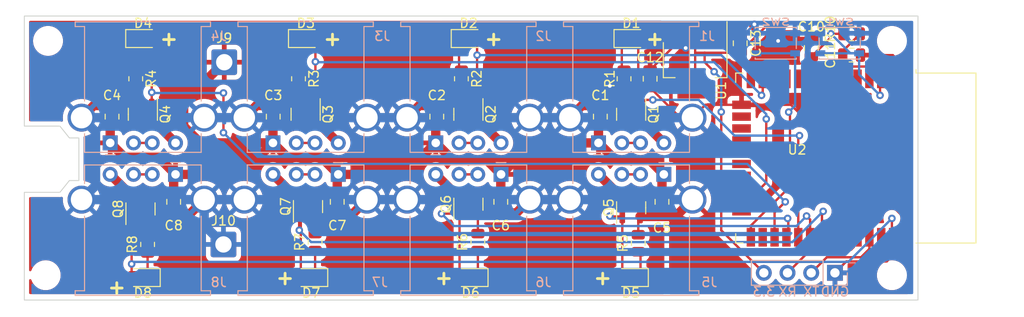
<source format=kicad_pcb>
(kicad_pcb (version 20211014) (generator pcbnew)
  (layers (0 "F.Cu" signal) (31 "B.Cu" signal) (34 "B.Paste" user) (35 "F.Paste" user) (36 "B.SilkS" user "B.Silkscreen") (37 "F.SilkS" user "F.Silkscreen") (38 "B.Mask" user) (39 "F.Mask" user) (44 "Edge.Cuts" user))
  (net 0 "")
  (net 1 "GND")
  (net 2 "+5V")
  (net 3 "RESET")
  (net 4 "+3V3")
  (net 5 "Net-(J1-Pad4)")
  (net 6 "TX")
  (net 7 "RX")
  (net 8 "P1")
  (net 9 "Net-(SW2-Pad1)")
  (net 24 "SCL")
  (net 25 "SDA")
  (net 26 "Net-(J2-Pad4)")
  (net 27 "Net-(J3-Pad4)")
  (net 28 "Net-(J4-Pad4)")
  (net 29 "Net-(J5-Pad4)")
  (net 30 "Net-(J6-Pad4)")
  (net 31 "Net-(J7-Pad4)")
  (net 32 "Net-(J8-Pad4)")
  (net 33 "P5")
  (net 34 "P2")
  (net 35 "P6")
  (net 36 "P3")
  (net 37 "P7")
  (net 38 "P4")
  (net 39 "P8")
  (net 40 "Net-(J1-Pad2)")
  (net 41 "Net-(J2-Pad2)")
  (net 42 "Net-(J3-Pad2)")
  (net 43 "Net-(J4-Pad2)")
  (net 44 "Net-(J5-Pad2)")
  (net 45 "Net-(J6-Pad2)")
  (net 46 "Net-(J7-Pad2)")
  (net 47 "Net-(J8-Pad2)")
  (net 54 "Net-(D1-Pad1)")
  (net 55 "Net-(D2-Pad1)")
  (net 56 "Net-(D3-Pad1)")
  (net 57 "Net-(D4-Pad1)")
  (net 58 "Net-(D5-Pad1)")
  (net 59 "Net-(D6-Pad1)")
  (net 60 "Net-(D7-Pad1)")
  (net 61 "Net-(D8-Pad1)")
  (footprint "Package_TO_SOT_SMD:SOT-23" (layer "F.Cu") (at 135.381999 92.075 90)
    (fp_text reference "Q5")
    (fp_text value "IRLML0030" hide)
  )
  (footprint "Capacitor_SMD:C_0805_2012Metric" (layer "F.Cu") (at 138.684 91.44 90)
    (fp_text reference "C5")
    (fp_text value "10uF")
  )
  (footprint "LED_SMD:LED_0805_2012Metric_Pad1.15x1.40mm_HandSolder" (layer "F.Cu") (at 117.963166 73.914)
    (fp_text reference "D2")
    (fp_text value "LED")
  )
  (footprint "Resistor_SMD:R_0805_2012Metric" (layer "F.Cu") (at 134.619999 78.232 -90)
    (fp_text reference "R1")
    (fp_text value "R" hide)
  )
  (footprint "LED_SMD:LED_0805_2012Metric_Pad1.15x1.40mm_HandSolder" (layer "F.Cu") (at 83.0805 73.914)
    (fp_text reference "D4")
    (fp_text value "LED" hide)
  )
  (footprint "Package_TO_SOT_SMD:SOT-23" (layer "F.Cu") (at 100.499333 82.042 -90)
    (fp_text reference "Q3")
    (fp_text value "IRLML0030" hide)
  )
  (footprint "Package_TO_SOT_SMD:SOT-223-3_TabPin2" (layer "F.Cu") (at 142.24 76.2 -90)
    (fp_text reference "U1")
    (fp_text value "AMS1117-3.3" hide)
  )
  (footprint "Package_TO_SOT_SMD:SOT-23" (layer "F.Cu") (at 117.940666 91.694 90)
    (fp_text reference "Q6")
    (fp_text value "IRLML0030" hide)
  )
  (footprint "Resistor_SMD:R_0805_2012Metric" (layer "F.Cu") (at 82.296 78.232 -90)
    (fp_text reference "R4")
    (fp_text value "R" hide)
  )
  (footprint "MountingHole:MountingHole_2.2mm_M2" (layer "F.Cu") (at 163.322 99.314)
    (fp_text reference "H1" hide)
    (fp_text value "MountingHole" hide)
  )
  (footprint "LED_SMD:LED_0805_2012Metric_Pad1.15x1.40mm_HandSolder" (layer "F.Cu") (at 118.185666 99.568 180)
    (fp_text reference "D6")
    (fp_text value "LED" hide)
  )
  (footprint "Package_TO_SOT_SMD:SOT-23" (layer "F.Cu") (at 117.940666 82.042 -90)
    (fp_text reference "Q2")
    (fp_text value "IRLML0030" hide)
  )
  (footprint "Capacitor_SMD:C_0805_2012Metric" (layer "F.Cu") (at 154.686 74.93 -90)
    (fp_text reference "C10")
    (fp_text value "10uF")
  )
  (footprint "Capacitor_SMD:C_0805_2012Metric" (layer "F.Cu") (at 121.412 91.44 90)
    (fp_text reference "C6")
    (fp_text value "10uF")
  )
  (footprint "LED_SMD:LED_0805_2012Metric_Pad1.15x1.40mm_HandSolder" (layer "F.Cu") (at 135.404499 73.914)
    (fp_text reference "D1")
    (fp_text value "LED" hide)
  )
  (footprint "Capacitor_SMD:C_0805_2012Metric" (layer "F.Cu") (at 86.36 91.44 90)
    (fp_text reference "C8")
    (fp_text value "10uF")
  )
  (footprint "Connector_Wire:SolderWire-1sqmm_1x01_D1.4mm_OD2.7mm" (layer "F.Cu") (at 91.694 96.012)
    (fp_text reference "J10")
    (fp_text value "Conn_01x01")
  )
  (footprint "Resistor_SMD:R_0805_2012Metric" (layer "F.Cu") (at 117.190666 78.232 -90)
    (fp_text reference "R2")
    (fp_text value "R" hide)
  )
  (footprint "LED_SMD:LED_0805_2012Metric_Pad1.15x1.40mm_HandSolder" (layer "F.Cu") (at 100.521833 73.914)
    (fp_text reference "D3")
    (fp_text value "LED")
  )
  (footprint "LED_SMD:LED_0805_2012Metric_Pad1.15x1.40mm_HandSolder" (layer "F.Cu") (at 101.007333 99.568 180)
    (fp_text reference "D7")
    (fp_text value "LED" hide)
  )
  (footprint "RF_Module:ESP32-WROOM-32" (layer "F.Cu") (at 156.464 86.741 -90)
    (fp_text reference "U2")
    (fp_text value "ESP32-WROOM-32" hide)
  )
  (footprint "Connector_Wire:SolderWire-1sqmm_1x01_D1.4mm_OD2.7mm" (layer "F.Cu") (at 91.778666 76.454)
    (fp_text reference "J9")
    (fp_text value "Conn_01x01" hide)
  )
  (footprint "Capacitor_SMD:C_0805_2012Metric" (layer "F.Cu") (at 114.554 82.296 -90)
    (fp_text reference "C2")
    (fp_text value "10uF")
  )
  (footprint "Resistor_SMD:R_0805_2012Metric" (layer "F.Cu") (at 159.004 73.406 180)
    (fp_text reference "R10")
    (fp_text value "12K")
  )
  (footprint "Capacitor_SMD:C_0805_2012Metric" (layer "F.Cu") (at 79.756 82.296 -90)
    (fp_text reference "C4")
    (fp_text value "10uF")
  )
  (footprint "Resistor_SMD:R_0805_2012Metric" (layer "F.Cu") (at 118.956666 95.758 90)
    (fp_text reference "R6")
    (fp_text value "R" hide)
  )
  (footprint "Capacitor_SMD:C_0805_2012Metric" (layer "F.Cu") (at 159.004 75.692 180)
    (fp_text reference "C11")
    (fp_text value "100nF" hide)
  )
  (footprint "Capacitor_SMD:C_0805_2012Metric" (layer "F.Cu") (at 137.414 78.232 90)
    (fp_text reference "C12")
    (fp_text value "10uF")
  )
  (footprint "Package_TO_SOT_SMD:SOT-23" (layer "F.Cu") (at 135.381999 82.042 -90)
    (fp_text reference "Q1")
    (fp_text value "IRLML0030" hide)
  )
  (footprint "MountingHole:MountingHole_2.2mm_M2" (layer "F.Cu") (at 72.644 99.314)
    (fp_text reference "H3" hide)
    (fp_text value "MountingHole" hide)
  )
  (footprint "Package_TO_SOT_SMD:SOT-23" (layer "F.Cu") (at 83.058 82.042 -90)
    (fp_text reference "Q4")
    (fp_text value "IRLML0030" hide)
  )
  (footprint "MountingHole:MountingHole_2.2mm_M2" (layer "F.Cu") (at 163.322 74.168)
    (fp_text reference "H2" hide)
    (fp_text value "MountingHole" hide)
  )
  (footprint "Package_TO_SOT_SMD:SOT-23" (layer "F.Cu") (at 82.804 92.202 90)
    (fp_text reference "Q8")
    (fp_text value "IRLML0030" hide)
  )
  (footprint "Capacitor_SMD:C_0805_2012Metric" (layer "F.Cu") (at 132.08 82.296 -90)
    (fp_text reference "C1")
    (fp_text value "10uF")
  )
  (footprint "Capacitor_SMD:C_0805_2012Metric" (layer "F.Cu") (at 103.886 91.44 90)
    (fp_text reference "C7")
    (fp_text value "10uF")
  )
  (footprint "LED_SMD:LED_0805_2012Metric_Pad1.15x1.40mm_HandSolder" (layer "F.Cu") (at 135.359499 99.568 180)
    (fp_text reference "D5")
    (fp_text value "LED" hide)
  )
  (footprint "Resistor_SMD:R_0805_2012Metric" (layer "F.Cu") (at 99.737333 78.232 -90)
    (fp_text reference "R3")
    (fp_text value "R" hide)
  )
  (footprint "LED_SMD:LED_0805_2012Metric_Pad1.15x1.40mm_HandSolder" (layer "F.Cu") (at 83.058 99.568 180)
    (fp_text reference "D8")
    (fp_text value "LED" hide)
  )
  (footprint "Package_TO_SOT_SMD:SOT-23" (layer "F.Cu") (at 100.753333 91.948 90)
    (fp_text reference "Q7")
    (fp_text value "IRLML0030" hide)
  )
  (footprint "Resistor_SMD:R_0805_2012Metric" (layer "F.Cu") (at 101.515333 95.758 90)
    (fp_text reference "R7")
    (fp_text value "R" hide)
  )
  (footprint "Capacitor_SMD:C_0805_2012Metric" (layer "F.Cu") (at 97.028 82.296 -90)
    (fp_text reference "C3")
    (fp_text value "10uF")
  )
  (footprint "MountingHole:MountingHole_2.2mm_M2" (layer "F.Cu") (at 72.898 74.168)
    (fp_text reference "H4" hide)
    (fp_text value "MountingHole")
  )
  (footprint "Capacitor_SMD:C_0805_2012Metric" (layer "F.Cu") (at 147.066 74.422 -90)
    (fp_text reference "C13")
    (fp_text value "10uF")
  )
  (footprint "Resistor_SMD:R_0805_2012Metric" (layer "F.Cu") (at 136.143999 95.885 90)
    (fp_text reference "R5")
    (fp_text value "R" hide)
  )
  (footprint "Resistor_SMD:R_0805_2012Metric" (layer "F.Cu") (at 83.566 96.012 90)
    (fp_text reference "R8")
    (fp_text value "R" hide)
  )
  (footprint "Connector_USB:USB_A_Stewart_SS-52100-001_Horizontal" (layer "B.Cu") (at 96.999332 85.116)
    (fp_text reference "J3")
    (fp_text value "USB_A")
  )
  (footprint "Button_Switch_SMD:SW_SPST_PTS810" (layer "B.Cu") (at 150.876 74.422)
    (fp_text reference "SW2")
    (fp_text value "SW_Push")
  )
  (footprint "Button_Switch_SMD:SW_SPST_PTS810" (layer "B.Cu") (at 157.734 74.422 180)
    (fp_text reference "SW1")
    (fp_text value "SW_Push")
  )
  (footprint "Connector_USB:USB_A_Stewart_SS-52100-001_Horizontal" (layer "B.Cu") (at 138.881999 88.493 180)
    (fp_text reference "J5")
    (fp_text value "USB_A")
  )
  (footprint "Connector_USB:USB_A_Stewart_SS-52100-001_Horizontal" (layer "B.Cu") (at 79.558 85.116)
    (fp_text reference "J4")
    (fp_text value "USB_A")
  )
  (footprint "Connector_USB:USB_A_Stewart_SS-52100-001_Horizontal" (layer "B.Cu") (at 131.881999 85.116)
    (fp_text reference "J1")
    (fp_text value "USB_A")
  )
  (footprint "Connector_PinHeader_2.54mm:PinHeader_1x04_P2.54mm_Vertical" (layer "B.Cu") (at 157.216 99.06 90)
    (fp_text reference "program_port1" hide)
    (fp_text value "Conn_01x04_Male" hide)
  )
  (footprint "Connector_USB:USB_A_Stewart_SS-52100-001_Horizontal" (layer "B.Cu") (at 121.440666 88.493 180)
    (fp_text reference "J6")
    (fp_text value "USB_A")
  )
  (footprint "Connector_USB:USB_A_Stewart_SS-52100-001_Horizontal" (layer "B.Cu") (at 114.440666 85.116)
    (fp_text reference "J2")
    (fp_text value "USB_A")
  )
  (footprint "Connector_USB:USB_A_Stewart_SS-52100-001_Horizontal" (layer "B.Cu") (at 103.999333 88.493 180)
    (fp_text reference "J7")
    (fp_text value "USB_A" hide)
  )
  (footprint "Connector_USB:USB_A_Stewart_SS-52100-001_Horizontal" (layer "B.Cu") (at 86.558 88.493 180)
    (fp_text reference "J8")
    (fp_text value "USB_A" hide)
  )
  (gr_poly (pts (xy 166.116 101.981) (xy 70.358 101.981) (xy 70.358 90.424) (xy 74.168 90.424) (xy 75.184 89.154) (xy 76.2 89.154) (xy 76.2 84.582) (xy 75.184 84.582) (xy 74.168 83.312) (xy 70.358 83.312) (xy 70.358 71.501) (xy 166.116 71.501)) (layer "Edge.Cuts") (width 0.1) (fill none))
  (gr_text "GND" (at 157.226 101.092) (layer "B.SilkS") (effects (font (size 1 1)) (justify mirror)))
  (gr_text "RX" (at 152.146 101.092) (layer "B.SilkS") (effects (font (size 1 1)) (justify mirror)))
  (gr_text "TX" (at 154.686 101.092) (layer "B.SilkS") (effects (font (size 1 1)) (justify mirror)))
  (gr_text "3.3" (at 149.606 101.092) (layer "B.SilkS") (effects (font (size 1 1)) (justify mirror)))
  (gr_text "+" (at 132.334 99.568) (layer "F.SilkS") (effects (font (size 1.5 1.5) (thickness 0.3))))
  (gr_text "+" (at 80.264 100.584) (layer "F.SilkS") (effects (font (size 1.5 1.5) (thickness 0.3))))
  (gr_text "+" (at 120.65 73.914) (layer "F.SilkS") (effects (font (size 1.5 1.5) (thickness 0.3))))
  (gr_text "+" (at 103.378 73.914) (layer "F.SilkS") (effects (font (size 1.5 1.5) (thickness 0.3))))
  (gr_text "+" (at 85.852 73.914) (layer "F.SilkS") (effects (font (size 1.5 1.5) (thickness 0.3))))
  (gr_text "+" (at 98.298 99.568) (layer "F.SilkS") (effects (font (size 1.5 1.5) (thickness 0.3))))
  (gr_text "+" (at 137.922 73.914) (layer "F.SilkS") (effects (font (size 1.5 1.5) (thickness 0.3))))
  (gr_text "+" (at 115.316 99.568) (layer "F.SilkS") (effects (font (size 1.5 1.5) (thickness 0.3))))
  (segment (start 147.066 73.472) (end 147.508 73.472) (width 0.25) (layer "F.Cu") (net 1))
  (segment (start 82.296 80.9165) (end 82.108 81.1045) (width 0.25) (layer "F.Cu") (net 1))
  (segment (start 157.219 85.741) (end 164.719 93.241) (width 0.25) (layer "F.Cu") (net 1))
  (segment (start 101.515333 93.0735) (end 101.703333 92.8855) (width 0.25) (layer "F.Cu") (net 1))
  (segment (start 152.504 81.026) (end 157.219 85.741) (width 0.25) (layer "F.Cu") (net 1))
  (segment (start 146.644 73.05) (end 147.066 73.472) (width 0.25) (layer "F.Cu") (net 1))
  (segment (start 77.7895 81.1045) (end 76.488 82.406) (width 1) (layer "F.Cu") (net 1))
  (segment (start 163.42 75.692) (end 164.719 76.991) (width 0.25) (layer "F.Cu") (net 1))
  (segment (start 164.719 76.991) (end 164.719 78.241) (width 0.25) (layer "F.Cu") (net 1))
  (segment (start 138.684 92.71) (end 138.9865 93.0125) (width 1) (layer "F.Cu") (net 1))
  (segment (start 103.886 92.39) (end 103.886 92.456) (width 1) (layer "F.Cu") (net 1))
  (segment (start 117.190666 80.9045) (end 116.990666 81.1045) (width 0.25) (layer "F.Cu") (net 1))
  (segment (start 133.2465 79.1445) (end 133.096 78.994) (width 0.25) (layer "F.Cu") (net 1))
  (segment (start 134.619999 79.1445) (end 133.2465 79.1445) (width 0.25) (layer "F.Cu") (net 1))
  (segment (start 134.431999 81.1045) (end 132.2555 81.1045) (width 1) (layer "F.Cu") (net 1))
  (segment (start 137.414 79.182) (end 141.224 75.372) (width 0.25) (layer "F.Cu") (net 1))
  (segment (start 79.3265 81.1045) (end 77.7895 81.1045) (width 1) (layer "F.Cu") (net 1))
  (segment (start 97.2035 81.1045) (end 95.230832 81.1045) (width 1) (layer "F.Cu") (net 1))
  (segment (start 130.113499 81.1045) (end 128.811999 82.406) (width 1) (layer "F.Cu") (net 1))
  (segment (start 132.08 81.346) (end 132.08 81.28) (width 1) (layer "F.Cu") (net 1))
  (segment (start 141.224 75.372) (end 141.224 74.93) (width 0.25) (layer "F.Cu") (net 1))
  (segment (start 164.719 95.885) (end 164.719 95.241) (width 0.25) (layer "F.Cu") (net 1))
  (segment (start 158.436521 97.839479) (end 162.764521 97.839479) (width 0.25) (layer "F.Cu") (net 1))
  (segment (start 118.956666 94.8455) (end 118.956666 92.6975) (width 0.25) (layer "F.Cu") (net 1))
  (segment (start 87.6915 93.1395) (end 89.628 91.203) (width 1) (layer "F.Cu") (net 1))
  (segment (start 151.13 74.168) (end 154.498 74.168) (width 0.25) (layer "F.Cu") (net 1))
  (segment (start 121.6 92.39) (end 121.8415 92.6315) (width 1) (layer "F.Cu") (net 1))
  (segment (start 137.414 79.182) (end 140.638 82.406) (width 0.25) (layer "F.Cu") (net 1))
  (segment (start 97.028 81.346) (end 97.028 81.28) (width 1) (layer "F.Cu") (net 1))
  (segment (start 118.956666 92.6975) (end 118.890666 92.6315) (width 0.25) (layer "F.Cu") (net 1))
  (segment (start 164.719 78.241) (end 164.719 79.491) (width 0.25) (layer "F.Cu") (net 1))
  (segment (start 79.568 81.346) (end 79.3265 81.1045) (width 1) (layer "F.Cu") (net 1))
  (segment (start 157.216 99.06) (end 158.436521 97.839479) (width 0.25) (layer "F.Cu") (net 1))
  (segment (start 83.754 93.1395) (end 86.7895 93.1395) (width 1) (layer "F.Cu") (net 1))
  (segment (start 147.209 81.026) (end 152.504 81.026) (width 0.25) (layer "F.Cu") (net 1))
  (segment (start 132.08 81.28) (end 132.2555 81.1045) (width 1) (layer "F.Cu") (net 1))
  (segment (start 86.7895 93.1395) (end 87.6915 93.1395) (width 1) (layer "F.Cu") (net 1))
  (segment (start 162.764521 97.839479) (end 164.719 95.885) (width 0.25) (layer "F.Cu") (net 1))
  (segment (start 141.951999 82.406) (end 143.331999 81.026) (width 0.25) (layer "F.Cu") (net 1))
  (segment (start 164.719 93.241) (end 164.719 95.241) (width 0.25) (layer "F.Cu") (net 1))
  (segment (start 123.082166 92.6315) (end 124.510666 91.203) (width 1) (layer "F.Cu") (net 1))
  (segment (start 154.498 74.168) (end 154.686 73.98) (width 0.25) (layer "F.Cu") (net 1))
  (segment (start 99.737333 80.9165) (end 99.549333 81.1045) (width 0.25) (layer "F.Cu") (net 1))
  (segment (start 99.549333 81.1045) (end 97.2035 81.1045) (width 1) (layer "F.Cu") (net 1))
  (segment (start 103.4565 92.8855) (end 105.386833 92.8855) (width 1) (layer "F.Cu") (net 1))
  (segment (start 138.684 92.39) (end 138.684 92.71) (width 1) (layer "F.Cu") (net 1))
  (segment (start 114.6325 81.1045) (end 112.672166 81.1045) (width 1) (layer "F.Cu") (net 1))
  (segment (start 86.36 92.39) (end 86.36 92.71) (width 1) (layer "F.Cu") (net 1))
  (segment (start 143.331999 81.026) (end 147.209 81.026) (width 0.25) (layer "F.Cu") (net 1))
  (segment (start 140.142499 93.0125) (end 141.951999 91.203) (width 1) (layer "F.Cu") (net 1))
  (segment (start 117.190666 79.1445) (end 117.190666 80.9045) (width 0.25) (layer "F.Cu") (net 1))
  (segment (start 114.554 81.346) (end 114.554 81.183) (width 1) (layer "F.Cu") (net 1))
  (segment (start 95.230832 81.1045) (end 93.929332 82.406) (width 1) (layer "F.Cu") (net 1))
  (segment (start 79.756 81.346) (end 79.568 81.346) (width 1) (layer "F.Cu") (net 1))
  (segment (start 164.719 79.491) (end 158.469 85.741) (width 0.25) (layer "F.Cu") (net 1))
  (segment (start 116.990666 81.1045) (end 114.6325 81.1045) (width 1) (layer "F.Cu") (net 1))
  (segment (start 121.412 92.39) (end 121.6 92.39) (width 1) (layer "F.Cu") (net 1))
  (segment (start 136.143999 93.2005) (end 136.331999 93.0125) (width 0.25) (layer "F.Cu") (net 1))
  (segment (start 99.737333 79.1445) (end 99.737333 80.9165) (width 0.25) (layer "F.Cu") (net 1))
  (segment (start 136.143999 94.9725) (end 136.143999 93.2005) (width 0.25) (layer "F.Cu") (net 1))
  (segment (start 159.954 75.692) (end 163.42 75.692) (width 0.25) (layer "F.Cu") (net 1))
  (segment (start 101.703333 92.8855) (end 103.4565 92.8855) (width 1) (layer "F.Cu") (net 1))
  (segment (start 140.638 82.406) (end 141.951999 82.406) (width 0.25) (layer "F.Cu") (net 1))
  (segment (start 136.331999 93.0125) (end 138.9865 93.0125) (width 1) (layer "F.Cu") (net 1))
  (segment (start 112.672166 81.1045) (end 111.370666 82.406) (width 1) (layer "F.Cu") (net 1))
  (segment (start 97.028 81.28) (end 97.2035 81.1045) (width 1) (layer "F.Cu") (net 1))
  (segment (start 121.8415 92.6315) (end 123.082166 92.6315) (width 1) (layer "F.Cu") (net 1))
  (segment (start 103.886 92.456) (end 103.4565 92.8855) (width 1) (layer "F.Cu") (net 1))
  (segment (start 144.54 73.05) (end 146.644 73.05) (width 0.25) (layer "F.Cu") (net 1))
  (segment (start 118.890666 92.6315) (end 121.8415 92.6315) (width 1) (layer "F.Cu") (net 1))
  (segment (start 147.508 73.472) (end 148.59 72.39) (width 0.25) (layer "F.Cu") (net 1))
  (segment (start 132.2555 81.1045) (end 130.113499 81.1045) (width 1) (layer "F.Cu") (net 1))
  (segment (start 83.566 95.0995) (end 83.566 93.3275) (width 0.25) (layer "F.Cu") (net 1))
  (segment (start 105.386833 92.8855) (end 107.069333 91.203) (width 1) (layer "F.Cu") (net 1))
  (segment (start 82.296 79.1445) (end 82.296 80.9165) (width 0.25) (layer "F.Cu") (net 1))
  (segment (start 114.554 81.183) (end 114.6325 81.1045) (width 1) (layer "F.Cu") (net 1))
  (segment (start 158.469 85.741) (end 157.219 85.741) (width 0.25) (layer "F.Cu") (net 1))
  (segment (start 86.36 92.71) (end 86.7895 93.1395) (width 1) (layer "F.Cu") (net 1))
  (segment (start 138.9865 93.0125) (end 140.142499 93.0125) (width 1) (layer "F.Cu") (net 1))
  (segment (start 101.515333 94.8455) (end 101.515333 93.0735) (width 0.25) (layer "F.Cu") (net 1))
  (segment (start 82.108 81.1045) (end 79.3265 81.1045) (width 1) (layer "F.Cu") (net 1))
  (segment (start 83.566 93.3275) (end 83.754 93.1395) (width 0.25) (layer "F.Cu") (net 1))
  (via (at 148.59 72.39) (size 0.8) (drill 0.4) (layers "F.Cu" "B.Cu") (net 1))
  (via (at 133.096 78.994) (size 0.8) (drill 0.4) (layers "F.Cu" "B.Cu") (net 1))
  (via (at 151.13 74.168) (size 0.8) (drill 0.4) (layers "F.Cu" "B.Cu") (net 1))
  (via (at 141.224 74.93) (size 0.8) (drill 0.4) (layers "F.Cu" "B.Cu") (net 1))
  (segment (start 148.59 73.136) (end 148.801 73.347) (width 0.25) (layer "B.Cu") (net 1))
  (segment (start 148.801 73.347) (end 152.951 73.347) (width 0.25) (layer "B.Cu") (net 1))
  (segment (start 151.951 73.347) (end 151.13 74.168) (width 0.25) (layer "B.Cu") (net 1))
  (segment (start 128.811999 91.203) (end 124.510666 91.203) (width 1) (layer "B.Cu") (net 1))
  (segment (start 148.59 72.39) (end 148.59 73.136) (width 0.25) (layer "B.Cu") (net 1))
  (segment (start 77.988 89.703) (end 76.488 91.203) (width 1) (layer "B.Cu") (net 1))
  (segment (start 124.510666 91.203) (end 111.370666 91.203) (width 1) (layer "B.Cu") (net 1))
  (segment (start 133.096 78.994) (end 132.223999 78.994) (width 0.25) (layer "B.Cu") (net 1))
  (segment (start 89.628 93.946) (end 91.694 96.012) (width 1) (layer "B.Cu") (net 1))
  (segment (start 128.811999 91.203) (end 141.951999 91.203) (width 1) (layer "B.Cu") (net 1))
  (segment (start 155.659 73.347) (end 156.324511 72.681489) (width 0.25) (layer "B.Cu") (net 1))
  (segment (start 159.143489 72.681489) (end 159.809 73.347) (width 0.25) (layer "B.Cu") (net 1))
  (segment (start 89.628 91.203) (end 76.488 91.203) (width 1) (layer "B.Cu") (net 1))
  (segment (start 146.05 74.93) (end 148.59 72.39) (width 0.25) (layer "B.Cu") (net 1))
  (segment (start 111.370666 82.406) (end 107.069332 82.406) (width 1) (layer "B.Cu") (net 1))
  (segment (start 141.951999 82.406) (end 128.811999 82.406) (width 1) (layer "B.Cu") (net 1))
  (segment (start 76.488 82.406) (end 77.988 83.906) (width 1) (layer "B.Cu") (net 1))
  (segment (start 111.370666 91.203) (end 107.069333 91.203) (width 1) (layer "B.Cu") (net 1))
  (segment (start 152.951 73.347) (end 155.659 73.347) (width 0.25) (layer "B.Cu") (net 1))
  (segment (start 132.223999 78.994) (end 128.811999 82.406) (width 0.25) (layer "B.Cu") (net 1))
  (segment (start 124.510666 82.406) (end 111.370666 82.406) (width 1) (layer "B.Cu") (net 1))
  (segment (start 107.069332 82.406) (end 93.929332 82.406) (width 1) (layer "B.Cu") (net 1))
  (segment (start 152.951 73.347) (end 151.951 73.347) (width 0.25) (layer "B.Cu") (net 1))
  (segment (start 93.929333 91.203) (end 89.628 91.203) (width 1) (layer "B.Cu") (net 1))
  (segment (start 76.488 82.406) (end 89.628 82.406) (width 1) (layer "B.Cu") (net 1))
  (segment (start 156.324511 72.681489) (end 159.143489 72.681489) (width 0.25) (layer "B.Cu") (net 1))
  (segment (start 77.988 83.906) (end 77.988 89.703) (width 1) (layer "B.Cu") (net 1))
  (segment (start 128.811999 82.406) (end 124.510666 82.406) (width 1) (layer "B.Cu") (net 1))
  (segment (start 89.628 91.203) (end 89.628 93.946) (width 1) (layer "B.Cu") (net 1))
  (segment (start 89.628 82.406) (end 93.929332 82.406) (width 1) (layer "B.Cu") (net 1))
  (segment (start 141.224 74.93) (end 146.05 74.93) (width 0.25) (layer "B.Cu") (net 1))
  (segment (start 107.069333 91.203) (end 93.929333 91.203) (width 1) (layer "B.Cu") (net 1))
  (segment (start 137.382488 86.993489) (end 133.759488 86.993489) (width 1) (layer "F.Cu") (net 2))
  (segment (start 79.558 83.444) (end 79.756 83.246) (width 1) (layer "F.Cu") (net 2))
  (segment (start 124.817666 85.116) (end 121.440666 88.493) (width 1) (layer "F.Cu") (net 2))
  (segment (start 133.816526 72.88948) (end 126.72 79.986006) (width 0.25) (layer "F.Cu") (net 2))
  (segment (start 96.999332 85.116) (end 98.498843 86.615511) (width 1) (layer "F.Cu") (net 2))
  (segment (start 103.886 88.606333) (end 103.999333 88.493) (width 1) (layer "F.Cu") (net 2))
  (segment (start 131.881999 85.116) (end 131.881999 83.444001) (width 1) (layer "F.Cu") (net 2))
  (segment (start 139.94 74.756) (end 137.414 77.282) (width 0.25) (layer "F.Cu") (net 2))
  (segment (start 116.318155 86.993489) (end 114.440666 85.116) (width 1) (layer "F.Cu") (net 2))
  (segment (start 138.881999 88.493) (end 137.382488 86.993489) (width 1) (layer "F.Cu") (net 2))
  (segment (start 79.558 85.116) (end 79.558 83.444) (width 1) (layer "F.Cu") (net 2))
  (segment (start 93.622332 88.493) (end 96.999332 85.116) (width 1) (layer "F.Cu") (net 2))
  (segment (start 79.558 85.116) (end 81.057511 86.615511) (width 1) (layer "F.Cu") (net 2))
  (segment (start 119.941155 86.993489) (end 116.318155 86.993489) (width 1) (layer "F.Cu") (net 2))
  (segment (start 87.428489 80.804177) (end 87.428489 83.317068) (width 1) (layer "F.Cu") (net 2))
  (segment (start 86.36 88.691) (end 86.558 88.493) (width 1) (layer "F.Cu") (net 2))
  (segment (start 103.999333 88.493) (end 111.063666 88.493) (width 1) (layer "F.Cu") (net 2))
  (segment (start 133.759488 86.993489) (end 131.881999 85.116) (width 1) (layer "F.Cu") (net 2))
  (segment (start 114.440666 83.359334) (end 114.554 83.246) (width 1) (layer "F.Cu") (net 2))
  (segment (start 121.440666 88.493) (end 119.941155 86.993489) (width 1) (layer "F.Cu") (net 2))
  (segment (start 103.886 90.49) (end 103.886 88.606333) (width 1) (layer "F.Cu") (net 2))
  (segment (start 139.77948 72.88948) (end 133.816526 72.88948) (width 0.25) (layer "F.Cu") (net 2))
  (segment (start 138.684 88.690999) (end 138.881999 88.493) (width 1) (layer "F.Cu") (net 2))
  (segment (start 121.412 88.521666) (end 121.440666 88.493) (width 1) (layer "F.Cu") (net 2))
  (segment (start 111.063666 88.493) (end 114.440666 85.116) (width 1) (layer "F.Cu") (net 2))
  (segment (start 84.680511 86.615511) (end 86.558 88.493) (width 1) (layer "F.Cu") (net 2))
  (segment (start 102.121844 86.615511) (end 103.999333 88.493) (width 1) (layer "F.Cu") (net 2))
  (segment (start 87.428489 83.317068) (end 89.227421 85.116) (width 1) (layer "F.Cu") (net 2))
  (segment (start 139.94 73.05) (end 139.77948 72.88948) (width 0.25) (layer "F.Cu") (net 2))
  (segment (start 131.881999 83.444001) (end 132.08 83.246) (width 1) (layer "F.Cu") (net 2))
  (segment (start 139.94 73.05) (end 139.94 74.756) (width 0.25) (layer "F.Cu") (net 2))
  (segment (start 81.057511 86.615511) (end 84.680511 86.615511) (width 1) (layer "F.Cu") (net 2))
  (segment (start 126.72 79.986006) (end 126.72 85.116) (width 0.25) (layer "F.Cu") (net 2))
  (segment (start 126.72 85.116) (end 124.817666 85.116) (width 1) (layer "F.Cu") (net 2))
  (segment (start 91.778666 76.454) (end 87.428489 80.804177) (width 1) (layer "F.Cu") (net 2))
  (segment (start 138.684 90.49) (end 138.684 88.690999) (width 1) (layer "F.Cu") (net 2))
  (segment (start 131.881999 85.116) (end 126.72 85.116) (width 1) (layer "F.Cu") (net 2))
  (segment (start 86.36 90.49) (end 86.36 88.691) (width 1) (layer "F.Cu") (net 2))
  (segment (start 98.498843 86.615511) (end 102.121844 86.615511) (width 1) (layer "F.Cu") (net 2))
  (segment (start 96.999332 85.116) (end 96.999332 83.274668) (width 1) (layer "F.Cu") (net 2))
  (segment (start 89.227421 85.116) (end 96.999332 85.116) (width 1) (layer "F.Cu") (net 2))
  (segment (start 114.440666 85.116) (end 114.440666 83.359334) (width 1) (layer "F.Cu") (net 2))
  (segment (start 86.558 88.493) (end 93.622332 88.493) (width 1) (layer "F.Cu") (net 2))
  (segment (start 121.412 90.49) (end 121.412 88.521666) (width 1) (layer "F.Cu") (net 2))
  (segment (start 96.999332 83.274668) (end 97.028 83.246) (width 1) (layer "F.Cu") (net 2))
  (segment (start 162.052 80.01) (end 162.052 78.368) (width 0.25) (layer "F.Cu") (net 3))
  (segment (start 158.0915 73.406) (end 156.783502 73.406) (width 0.25) (layer "F.Cu") (net 3))
  (segment (start 156.783502 73.406) (end 156.783502 73.782498) (width 0.25) (layer "F.Cu") (net 3))
  (segment (start 162.052 78.368) (end 162.179 78.241) (width 0.25) (layer "F.Cu") (net 3))
  (segment (start 156.783502 73.782498) (end 154.686 75.88) (width 0.25) (layer "F.Cu") (net 3))
  (via (at 162.052 80.01) (size 0.8) (drill 0.4) (layers "F.Cu" "B.Cu") (net 3))
  (via (at 156.783502 73.406) (size 0.8) (drill 0.4) (layers "F.Cu" "B.Cu") (net 3))
  (segment (start 155.659 75.497) (end 159.809 75.497) (width 0.25) (layer "B.Cu") (net 3))
  (segment (start 159.809 75.497) (end 159.809 77.767) (width 0.25) (layer "B.Cu") (net 3))
  (segment (start 158.874502 75.497) (end 159.809 75.497) (width 0.25) (layer "B.Cu") (net 3))
  (segment (start 159.809 77.767) (end 162.052 80.01) (width 0.25) (layer "B.Cu") (net 3))
  (segment (start 156.783502 73.406) (end 158.874502 75.497) (width 0.25) (layer "B.Cu") (net 3))
  (segment (start 142.24 75.438) (end 143.256 75.438) (width 0.25) (layer "F.Cu") (net 4))
  (segment (start 158.054 75.692) (end 158.054 75.2685) (width 0.25) (layer "F.Cu") (net 4))
  (segment (start 150.05652 72.38148) (end 147.066 75.372) (width 0.25) (layer "F.Cu") (net 4))
  (segment (start 158.054 75.2685) (end 159.9165 73.406) (width 0.25) (layer "F.Cu") (net 4))
  (segment (start 147 75.438) (end 147.066 75.372) (width 0.25) (layer "F.Cu") (net 4))
  (segment (start 159.9165 73.406) (end 158.89198 72.38148) (width 0.25) (layer "F.Cu") (net 4))
  (segment (start 158.89198 72.38148) (end 150.05652 72.38148) (width 0.25) (layer "F.Cu") (net 4))
  (segment (start 144.272 77.47) (end 143.256 76.454) (width 0.25) (layer "F.Cu") (net 4))
  (segment (start 143.256 76.454) (end 143.256 75.438) (width 0.25) (layer "F.Cu") (net 4))
  (segment (start 162.953511 76.916489) (end 163.449 77.411978) (width 0.25) (layer "F.Cu") (net 4))
  (segment (start 142.24 73.05) (end 142.24 75.438) (width 0.25) (layer "F.Cu") (net 4))
  (segment (start 158.054 76.012) (end 158.958489 76.916489) (width 0.25) (layer "F.Cu") (net 4))
  (segment (start 142.24 75.438) (end 142.24 79.35) (width 0.25) (layer "F.Cu") (net 4))
  (segment (start 143.256 75.438) (end 147 75.438) (width 0.25) (layer "F.Cu") (net 4))
  (segment (start 158.958489 76.916489) (end 162.953511 76.916489) (width 0.25) (layer "F.Cu") (net 4))
  (segment (start 163.449 77.411978) (end 163.449 78.241) (width 0.25) (layer "F.Cu") (net 4))
  (segment (start 149.596 99.06) (end 145.034 94.498) (width 0.25) (layer "F.Cu") (net 4))
  (segment (start 158.054 75.692) (end 158.054 76.012) (width 0.25) (layer "F.Cu") (net 4))
  (segment (start 145.034 94.498) (end 145.034 81.788) (width 0.25) (layer "F.Cu") (net 4))
  (via (at 145.034 81.788) (size 0.8) (drill 0.4) (layers "F.Cu" "B.Cu") (net 4))
  (via (at 144.272 77.47) (size 0.8) (drill 0.4) (layers "F.Cu" "B.Cu") (net 4))
  (segment (start 144.272 77.47) (end 145.034 78.232) (width 0.25) (layer "B.Cu") (net 4))
  (segment (start 145.034 78.232) (end 145.034 81.788) (width 0.25) (layer "B.Cu") (net 4))
  (segment (start 135.381999 82.9795) (end 136.745499 82.9795) (width 1) (layer "F.Cu") (net 5))
  (segment (start 136.745499 82.9795) (end 138.881999 85.116) (width 1) (layer "F.Cu") (net 5))
  (segment (start 160.909 96.491) (end 160.010041 97.389959) (width 0.25) (layer "F.Cu") (net 6))
  (segment (start 160.909 95.241) (end 160.909 96.491) (width 0.25) (layer "F.Cu") (net 6))
  (segment (start 156.346041 97.389959) (end 154.676 99.06) (width 0.25) (layer "F.Cu") (net 6))
  (segment (start 160.010041 97.389959) (end 156.346041 97.389959) (width 0.25) (layer "F.Cu") (net 6))
  (segment (start 158.958489 96.565511) (end 159.258 96.266) (width 0.25) (layer "F.Cu") (net 7))
  (segment (start 152.136 99.06) (end 154.630489 96.565511) (width 0.25) (layer "F.Cu") (net 7))
  (segment (start 154.630489 96.565511) (end 158.958489 96.565511) (width 0.25) (layer "F.Cu") (net 7))
  (segment (start 137.705451 80.498049) (end 136.93845 80.498049) (width 0.25) (layer "F.Cu") (net 8))
  (segment (start 136.93845 80.498049) (end 136.331999 81.1045) (width 0.25) (layer "F.Cu") (net 8))
  (segment (start 136.144 80.916501) (end 136.331999 81.1045) (width 0.25) (layer "F.Cu") (net 8))
  (segment (start 136.429499 73.914) (end 136.144 74.199499) (width 0.25) (layer "F.Cu") (net 8))
  (segment (start 153.289 84.455) (end 153.416 84.328) (width 0.25) (layer "F.Cu") (net 8))
  (segment (start 136.144 74.199499) (end 136.144 80.916501) (width 0.25) (layer "F.Cu") (net 8))
  (segment (start 153.289 95.241) (end 153.289 84.455) (width 0.25) (layer "F.Cu") (net 8))
  (via (at 153.416 84.328) (size 0.8) (drill 0.4) (layers "F.Cu" "B.Cu") (net 8))
  (via (at 137.705451 80.498049) (size 0.8) (drill 0.4) (layers "F.Cu" "B.Cu") (net 8))
  (segment (start 153.416 84.328) (end 146.454248 84.328) (width 0.25) (layer "B.Cu") (net 8))
  (segment (start 146.454248 84.328) (end 142.624297 80.498049) (width 0.25) (layer "B.Cu") (net 8))
  (segment (start 142.624297 80.498049) (end 137.705451 80.498049) (width 0.25) (layer "B.Cu") (net 8))
  (segment (start 152.4 89.8) (end 152.4 81.946598) (width 0.25) (layer "F.Cu") (net 9))
  (segment (start 148.209 93.991) (end 152.4 89.8) (width 0.25) (layer "F.Cu") (net 9))
  (segment (start 148.209 95.241) (end 148.209 93.991) (width 0.25) (layer "F.Cu") (net 9))
  (segment (start 152.4 81.946598) (end 152.260852 81.80745) (width 0.25) (layer "F.Cu") (net 9))
  (via (at 152.260852 81.80745) (size 0.8) (drill 0.4) (layers "F.Cu" "B.Cu") (net 9))
  (segment (start 152.260852 81.80745) (end 152.951 81.117302) (width 0.25) (layer "B.Cu") (net 9))
  (segment (start 148.801 75.497) (end 152.951 75.497) (width 0.25) (layer "B.Cu") (net 9))
  (segment (start 152.951 81.117302) (end 152.951 75.497) (width 0.25) (layer "B.Cu") (net 9))
  (segment (start 119.304166 82.9795) (end 121.440666 85.116) (width 1) (layer "F.Cu") (net 26))
  (segment (start 117.940666 82.9795) (end 119.304166 82.9795) (width 1) (layer "F.Cu") (net 26))
  (segment (start 103.999332 85.116) (end 101.862832 82.9795) (width 1) (layer "F.Cu") (net 27))
  (segment (start 101.862832 82.9795) (end 100.499333 82.9795) (width 1) (layer "F.Cu") (net 27))
  (segment (start 83.058 82.9795) (end 84.4215 82.9795) (width 1) (layer "F.Cu") (net 28))
  (segment (start 84.4215 82.9795) (end 86.558 85.116) (width 1) (layer "F.Cu") (net 28))
  (segment (start 135.381999 91.1375) (end 134.526499 91.1375) (width 1) (layer "F.Cu") (net 29))
  (segment (start 134.526499 91.1375) (end 131.881999 88.493) (width 1) (layer "F.Cu") (net 29))
  (segment (start 116.704166 90.7565) (end 114.440666 88.493) (width 1) (layer "F.Cu") (net 30))
  (segment (start 117.940666 90.7565) (end 116.704166 90.7565) (width 1) (layer "F.Cu") (net 30))
  (segment (start 100.753333 91.0105) (end 99.516833 91.0105) (width 1) (layer "F.Cu") (net 31))
  (segment (start 99.516833 91.0105) (end 96.999333 88.493) (width 1) (layer "F.Cu") (net 31))
  (segment (start 82.3295 91.2645) (end 79.558 88.493) (width 1) (layer "F.Cu") (net 32))
  (segment (start 82.804 91.2645) (end 82.3295 91.2645) (width 1) (layer "F.Cu") (net 32))
  (segment (start 152.219299 93.291299) (end 152.219299 95.040701) (width 0.25) (layer "F.Cu") (net 33))
  (segment (start 133.1445 93.0125) (end 133.096 92.964) (width 0.25) (layer "F.Cu") (net 33))
  (segment (start 134.431999 93.0125) (end 133.1445 93.0125) (width 0.25) (layer "F.Cu") (net 33))
  (segment (start 152.219299 95.040701) (end 152.019 95.241) (width 0.25) (layer "F.Cu") (net 33))
  (segment (start 152.146 93.218) (end 152.219299 93.291299) (width 0.25) (layer "F.Cu") (net 33))
  (segment (start 134.431999 99.4705) (end 134.334499 99.568) (width 0.25) (layer "F.Cu") (net 33))
  (segment (start 134.431999 93.0125) (end 134.431999 99.4705) (width 0.25) (layer "F.Cu") (net 33))
  (via (at 133.096 92.964) (size 0.8) (drill 0.4) (layers "F.Cu" "B.Cu") (net 33))
  (via (at 152.146 93.218) (size 0.8) (drill 0.4) (layers "F.Cu" "B.Cu") (net 33))
  (segment (start 152.146 93.218) (end 133.35 93.218) (width 0.25) (layer "B.Cu") (net 33))
  (segment (start 133.35 93.218) (end 133.096 92.964) (width 0.25) (layer "B.Cu") (net 33))
  (segment (start 149.479 79.883) (end 149.352 80.01) (width 0.25) (layer "F.Cu") (net 34))
  (segment (start 149.479 78.241) (end 149.479 79.883) (width 0.25) (layer "F.Cu") (net 34))
  (segment (start 118.872 75.692) (end 118.872 74.030166) (width 0.25) (layer "F.Cu") (net 34))
  (segment (start 118.872 75.692) (end 118.872 81.085834) (width 0.25) (layer "F.Cu") (net 34))
  (segment (start 118.872 81.085834) (end 118.890666 81.1045) (width 0.25) (layer "F.Cu") (net 34))
  (segment (start 118.872 74.030166) (end 118.988166 73.914) (width 0.25) (layer "F.Cu") (net 34))
  (via (at 149.352 80.01) (size 0.8) (drill 0.4) (layers "F.Cu" "B.Cu") (net 34))
  (via (at 118.872 75.692) (size 0.8) (drill 0.4) (layers "F.Cu" "B.Cu") (net 34))
  (segment (start 149.352 80.01) (end 145.034 75.692) (width 0.25) (layer "B.Cu") (net 34))
  (segment (start 145.034 75.692) (end 118.872 75.692) (width 0.25) (layer "B.Cu") (net 34))
  (segment (start 116.912166 92.71) (end 116.990666 92.6315) (width 0.25) (layer "F.Cu") (net 35))
  (segment (start 115.062 92.71) (end 116.912166 92.71) (width 0.25) (layer "F.Cu") (net 35))
  (segment (start 116.990666 92.6315) (end 116.990666 99.398) (width 0.25) (layer "F.Cu") (net 35))
  (segment (start 116.990666 99.398) (end 117.160666 99.568) (width 0.25) (layer "F.Cu") (net 35))
  (segment (start 154.559 93.345) (end 154.178 92.964) (width 0.25) (layer "F.Cu") (net 35))
  (segment (start 154.559 95.241) (end 154.559 93.345) (width 0.25) (layer "F.Cu") (net 35))
  (via (at 115.062 92.71) (size 0.8) (drill 0.4) (layers "F.Cu" "B.Cu") (net 35))
  (via (at 154.178 92.964) (size 0.8) (drill 0.4) (layers "F.Cu" "B.Cu") (net 35))
  (segment (start 153.10352 94.03848) (end 116.39048 94.03848) (width 0.25) (layer "B.Cu") (net 35))
  (segment (start 154.178 92.964) (end 153.10352 94.03848) (width 0.25) (layer "B.Cu") (net 35))
  (segment (start 116.39048 94.03848) (end 115.062 92.71) (width 0.25) (layer "B.Cu") (net 35))
  (segment (start 149.86 89.364022) (end 148.038022 91.186) (width 0.25) (layer "F.Cu") (net 36))
  (segment (start 101.546833 73.914) (end 101.546833 76.400833) (width 0.25) (layer "F.Cu") (net 36))
  (segment (start 101.546833 81.007) (end 101.449333 81.1045) (width 0.25) (layer "F.Cu") (net 36))
  (segment (start 148.038022 91.186) (end 147.209 91.186) (width 0.25) (layer "F.Cu") (net 36))
  (segment (start 149.86 82.55) (end 149.86 89.364022) (width 0.25) (layer "F.Cu") (net 36))
  (segment (start 101.546833 76.400833) (end 101.546833 81.007) (width 0.25) (layer "F.Cu") (net 36))
  (via (at 101.546833 76.400833) (size 0.8) (drill 0.4) (layers "F.Cu" "B.Cu") (net 36))
  (via (at 149.86 82.55) (size 0.8) (drill 0.4) (layers "F.Cu" "B.Cu") (net 36))
  (segment (start 149.86 82.55) (end 149.86 82.033386) (width 0.25) (layer "B.Cu") (net 36))
  (segment (start 101.6 76.454) (end 101.546833 76.400833) (width 0.25) (layer "B.Cu") (net 36))
  (segment (start 144.280614 76.454) (end 101.6 76.454) (width 0.25) (layer "B.Cu") (net 36))
  (segment (start 149.86 82.033386) (end 144.280614 76.454) (width 0.25) (layer "B.Cu") (net 36))
  (segment (start 155.956 92.456) (end 155.829 92.583) (width 0.25) (layer "F.Cu") (net 37))
  (segment (start 99.803333 94.469333) (end 99.822 94.488) (width 0.25) (layer "F.Cu") (net 37))
  (segment (start 99.982333 99.568) (end 99.982333 93.0645) (width 0.25) (layer "F.Cu") (net 37))
  (segment (start 99.982333 93.0645) (end 99.803333 92.8855) (width 0.25) (layer "F.Cu") (net 37))
  (segment (start 155.829 92.583) (end 155.829 95.241) (width 0.25) (layer "F.Cu") (net 37))
  (segment (start 99.803333 92.8855) (end 99.803333 94.469333) (width 0.25) (layer "F.Cu") (net 37))
  (via (at 155.956 92.456) (size 0.8) (drill 0.4) (layers "F.Cu" "B.Cu") (net 37))
  (via (at 99.822 94.488) (size 0.8) (drill 0.4) (layers "F.Cu" "B.Cu") (net 37))
  (segment (start 152.654 95.758) (end 155.956 92.456) (width 0.25) (layer "B.Cu") (net 37))
  (segment (start 101.092 95.758) (end 152.654 95.758) (width 0.25) (layer "B.Cu") (net 37))
  (segment (start 99.822 94.488) (end 101.092 95.758) (width 0.25) (layer "B.Cu") (net 37))
  (segment (start 151.892 91.44) (end 150.749 92.583) (width 0.25) (layer "F.Cu") (net 38))
  (segment (start 84.008 81.1045) (end 84.008 79.69) (width 0.25) (layer "F.Cu") (net 38))
  (segment (start 91.694 84.0165) (end 91.694 79.756) (width 0.25) (layer "F.Cu") (net 38))
  (segment (start 84.008 79.69) (end 84.008 74.0115) (width 0.25) (layer "F.Cu") (net 38))
  (segment (start 150.749 92.583) (end 150.749 95.241) (width 0.25) (layer "F.Cu") (net 38))
  (segment (start 84.008 74.0115) (end 84.1055 73.914) (width 0.25) (layer "F.Cu") (net 38))
  (via (at 151.892 91.44) (size 0.8) (drill 0.4) (layers "F.Cu" "B.Cu") (net 38))
  (via (at 84.008 79.69) (size 0.8) (drill 0.4) (layers "F.Cu" "B.Cu") (net 38))
  (via (at 91.694 84.0165) (size 0.8) (drill 0.4) (layers "F.Cu" "B.Cu") (net 38))
  (via (at 91.694 79.756) (size 0.8) (drill 0.4) (layers "F.Cu" "B.Cu") (net 38))
  (segment (start 91.694 79.756) (end 84.074 79.756) (width 0.25) (layer "B.Cu") (net 38))
  (segment (start 84.074 79.756) (end 84.008 79.69) (width 0.25) (layer "B.Cu") (net 38))
  (segment (start 151.892 91.44) (end 147.820489 87.368489) (width 0.25) (layer "B.Cu") (net 38))
  (segment (start 147.820489 87.368489) (end 95.045989 87.368489) (width 0.25) (layer "B.Cu") (net 38))
  (segment (start 95.045989 87.368489) (end 91.694 84.0165) (width 0.25) (layer "B.Cu") (net 38))
  (segment (start 163.322 95.114) (end 163.449 95.241) (width 0.25) (layer "F.Cu") (net 39))
  (segment (start 81.854 98.11) (end 81.854 99.389) (width 0.25) (layer "F.Cu") (net 39))
  (segment (start 163.322 93.218) (end 163.322 95.114) (width 0.25) (layer "F.Cu") (net 39))
  (segment (start 81.854 99.389) (end 82.033 99.568) (width 0.25) (layer "F.Cu") (net 39))
  (segment (start 81.854 93.1395) (end 81.854 98.11) (width 0.25) (layer "F.Cu") (net 39))
  (via (at 163.322 93.218) (size 0.8) (drill 0.4) (layers "F.Cu" "B.Cu") (net 39))
  (via (at 81.854 98.11) (size 0.8) (drill 0.4) (layers "F.Cu" "B.Cu") (net 39))
  (segment (start 81.854 98.11) (end 82.078511 97.885489) (width 0.25) (layer "B.Cu") (net 39))
  (segment (start 158.654511 97.885489) (end 163.322 93.218) (width 0.25) (layer "B.Cu") (net 39))
  (segment (start 82.078511 97.885489) (end 158.654511 97.885489) (width 0.25) (layer "B.Cu") (net 39))
  (segment (start 136.381999 85.116) (end 134.381999 85.116) (width 0.25) (layer "F.Cu") (net 40))
  (segment (start 118.940666 85.116) (end 116.940666 85.116) (width 0.25) (layer "F.Cu") (net 41))
  (segment (start 101.499332 85.116) (end 99.499332 85.116) (width 0.25) (layer "F.Cu") (net 42))
  (segment (start 84.058 85.116) (end 82.058 85.116) (width 0.25) (layer "F.Cu") (net 43))
  (segment (start 136.381999 88.493) (end 134.381999 88.493) (width 0.25) (layer "F.Cu") (net 44))
  (segment (start 118.940666 88.493) (end 116.940666 88.493) (width 0.25) (layer "F.Cu") (net 45))
  (segment (start 101.499333 88.493) (end 99.499333 88.493) (width 0.25) (layer "F.Cu") (net 46))
  (segment (start 84.058 88.493) (end 82.058 88.493) (width 0.25) (layer "F.Cu") (net 47))
  (segment (start 134.379499 73.914) (end 134.379499 77.079) (width 0.25) (layer "F.Cu") (net 54))
  (segment (start 134.379499 77.079) (end 134.619999 77.3195) (width 0.25) (layer "F.Cu") (net 54))
  (segment (start 116.938166 77.067) (end 117.190666 77.3195) (width 0.25) (layer "F.Cu") (net 55))
  (segment (start 116.938166 73.914) (end 116.938166 77.067) (width 0.25) (layer "F.Cu") (net 55))
  (segment (start 99.737333 74.1545) (end 99.496833 73.914) (width 0.25) (layer "F.Cu") (net 56))
  (segment (start 99.737333 77.3195) (end 99.737333 74.1545) (width 0.25) (layer "F.Cu") (net 56))
  (segment (start 82.0555 73.914) (end 82.0555 77.079) (width 0.25) (layer "F.Cu") (net 57))
  (segment (start 82.0555 77.079) (end 82.296 77.3195) (width 0.25) (layer "F.Cu") (net 57))
  (segment (start 136.384499 97.038) (end 136.143999 96.7975) (width 0.25) (layer "F.Cu") (net 58))
  (segment (start 136.384499 99.568) (end 136.384499 97.038) (width 0.25) (layer "F.Cu") (net 58))
  (segment (start 118.956666 99.314) (end 119.210666 99.568) (width 0.25) (layer "F.Cu") (net 59))
  (segment (start 118.956666 96.6705) (end 118.956666 99.314) (width 0.25) (layer "F.Cu") (net 59))
  (segment (start 101.515333 99.051) (end 102.032333 99.568) (width 0.25) (layer "F.Cu") (net 60))
  (segment (start 101.515333 96.6705) (end 101.515333 99.051) (width 0.25) (layer "F.Cu") (net 60))
  (segment (start 83.566 96.9245) (end 83.566 99.051) (width 0.25) (layer "F.Cu") (net 61))
  (segment (start 83.566 99.051) (end 84.083 99.568) (width 0.25) (layer "F.Cu") (net 61))
  (zone (net 1) (net_name "GND") (layer "F.Cu") (connect_pads (clearance 0.508)) (min_thickness 0.254) (fill yes (thermal_gap 0.508) (thermal_bridge_width 0.508))
    (polygon (pts (xy 165.1 101.346) (xy 139.446 101.346) (xy 139.446 72.136) (xy 164.846 72.136)))
  )
  (zone (net 2) (net_name "+5V") (layer "F.Cu") (connect_pads (clearance 0.508)) (min_thickness 0.254) (fill yes (thermal_gap 0.508) (thermal_bridge_width 0.508))
    (polygon (pts (xy 138.938 101.346) (xy 70.866 101.346) (xy 70.866 71.882) (xy 138.938 71.882)))
  )
  (zone (net 1) (net_name "GND") (layer "B.Cu") (connect_pads (clearance 0.508)) (min_thickness 0.254) (fill yes (thermal_gap 0.508) (thermal_bridge_width 0.508))
    (polygon (pts (xy 165.608 101.346) (xy 71.12 101.346) (xy 70.866 72.136) (xy 76.454 72.136) (xy 165.862 71.882)))
  )
)
</source>
